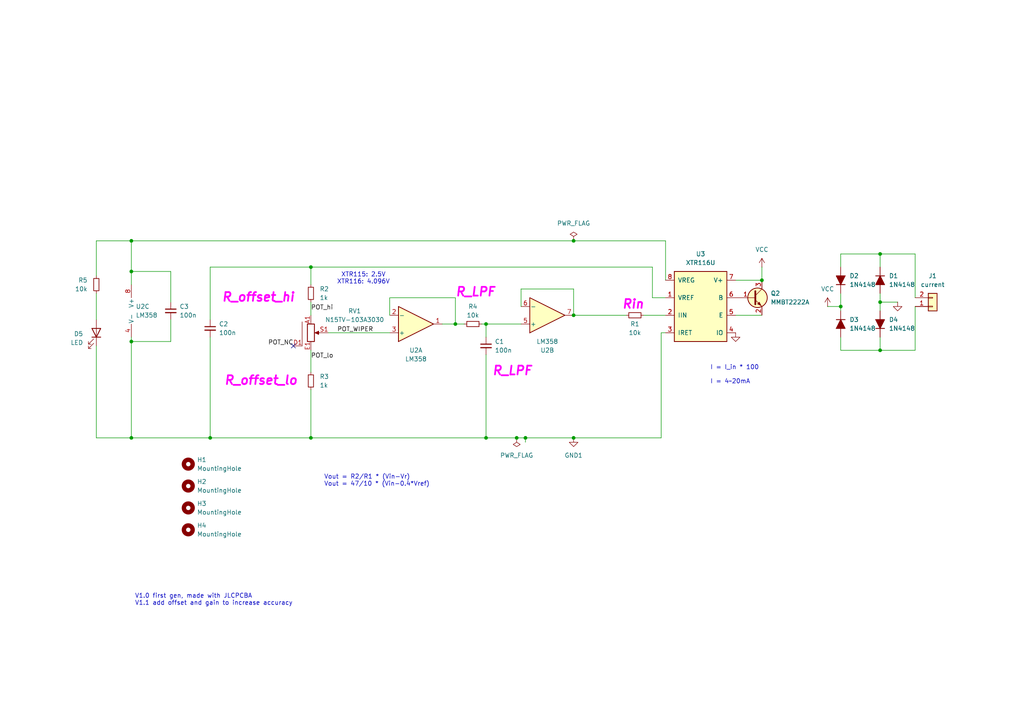
<source format=kicad_sch>
(kicad_sch (version 20231120) (generator "eeschema") (generator_version "8.0")
  (paper "A4")
  (title_block (title "STEER_NT15TS") (date "2025-08-11") (rev "1.0") (company "NTURacing Team") (comment 1 "Jack Kuo 郭哲明"))
  (lib_symbols
    (symbol "Amplifier_Operational:LM358" (pin_names (offset 0.127))
      (property "Reference" "U" (at 0 5.08 0))
      (property "Value" "LM358" (at 0 -5.08 0))
      (symbol "LM358_1_1"
        (polyline (pts (xy -5.08 5.08) (xy 5.08 0) (xy -5.08 -5.08) (xy -5.08 5.08)) (stroke (width 0.254)) (fill (type background)))
        (pin output line (at 7.62 0 180) (length 2.54) (name "~") (number "1"))
        (pin input line (at -7.62 -2.54 0) (length 2.54) (name "-") (number "2"))
        (pin input line (at -7.62 2.54 0) (length 2.54) (name "+") (number "3"))
      )
      (symbol "LM358_2_1"
        (polyline (pts (xy -5.08 5.08) (xy 5.08 0) (xy -5.08 -5.08) (xy -5.08 5.08)) (stroke (width 0.254)) (fill (type background)))
        (pin input line (at -7.62 2.54 0) (length 2.54) (name "+") (number "5"))
        (pin input line (at -7.62 -2.54 0) (length 2.54) (name "-") (number "6"))
        (pin output line (at 7.62 0 180) (length 2.54) (name "~") (number "7"))
      )
      (symbol "LM358_3_1"
        (pin power_in line (at -2.54 -7.62 90) (length 3.81) (name "V-") (number "4"))
        (pin power_in line (at -2.54 7.62 270) (length 3.81) (name "V+") (number "8"))
      )
    )
    (symbol "Device:C_Small" (pin_numbers hide) (pin_names (offset 0.254) hide)
      (property "Reference" "C" (at 0.254 1.778 0))
      (property "Value" "C_Small" (at 0.254 -2.032 0))
      (symbol "C_Small_0_1"
        (polyline (pts (xy -1.524 -0.508) (xy 1.524 -0.508)) (stroke (width 0.3302)))
        (polyline (pts (xy -1.524 0.508) (xy 1.524 0.508)) (stroke (width 0.3048)))
      )
      (symbol "C_Small_1_1"
        (pin passive line (at 0 2.54 270) (length 2.032) (name "~") (number "1"))
        (pin passive line (at 0 -2.54 90) (length 2.032) (name "~") (number "2"))
      )
    )
    (symbol "Device:LED" (pin_numbers hide) (pin_names (offset 1.016) hide)
      (property "Reference" "D" (at 0 2.54 0))
      (property "Value" "LED" (at 0 -2.54 0))
      (symbol "LED_0_1"
        (polyline (pts (xy -1.27 -1.27) (xy -1.27 1.27)) (stroke (width 0.254)))
        (polyline (pts (xy -1.27 0) (xy 1.27 0)))
        (polyline (pts (xy 1.27 -1.27) (xy 1.27 1.27) (xy -1.27 0) (xy 1.27 -1.27)) (stroke (width 0.254)))
        (polyline (pts (xy -3.048 -0.762) (xy -4.572 -2.286) (xy -3.81 -2.286) (xy -4.572 -2.286) (xy -4.572 -1.524)))
        (polyline (pts (xy -1.778 -0.762) (xy -3.302 -2.286) (xy -2.54 -2.286) (xy -3.302 -2.286) (xy -3.302 -1.524)))
      )
      (symbol "LED_1_1"
        (pin passive line (at -3.81 0 0) (length 2.54) (name "K") (number "1"))
        (pin passive line (at 3.81 0 180) (length 2.54) (name "A") (number "2"))
      )
    )
    (symbol "Device:R_Small" (pin_numbers hide) (pin_names (offset 0.254) hide)
      (property "Reference" "R" (at 0.762 0.508 0))
      (property "Value" "R_Small" (at 0.762 -1.016 0))
      (symbol "R_Small_0_1"
        (rectangle (start -0.762 1.778) (end 0.762 -1.778) (stroke (width 0.2032)))
      )
      (symbol "R_Small_1_1"
        (pin passive line (at 0 2.54 270) (length 0.762) (name "~") (number "1"))
        (pin passive line (at 0 -2.54 90) (length 0.762) (name "~") (number "2"))
      )
    )
    (symbol "Interface_CurrentLoop:XTR116U" (pin_names (offset 1.016))
      (property "Reference" "U" (at -7.62 13.97 0))
      (property "Value" "XTR116U" (at 1.27 13.97 0))
      (symbol "XTR116U_0_1"
        (rectangle (start -7.62 12.7) (end 7.62 -7.62) (stroke (width 0.254)) (fill (type background)))
      )
      (symbol "XTR116U_1_1"
        (pin output line (at -10.16 5.08 0) (length 2.54) (name "VREF") (number "1"))
        (pin input line (at -10.16 0 0) (length 2.54) (name "IIN") (number "2"))
        (pin input line (at -10.16 -5.08 0) (length 2.54) (name "IRET") (number "3"))
        (pin passive line (at 10.16 -5.08 180) (length 2.54) (name "IO") (number "4"))
        (pin passive line (at 10.16 0 180) (length 2.54) (name "E") (number "5"))
        (pin output line (at 10.16 5.08 180) (length 2.54) (name "B") (number "6"))
        (pin output line (at 10.16 10.16 180) (length 2.54) (name "V+") (number "7"))
        (pin output line (at -10.16 10.16 0) (length 2.54) (name "VREG") (number "8"))
      )
    )
    (symbol "Mechanical:MountingHole" (pin_names (offset 1.016)) (exclude_from_sim yes) (in_bom no)
      (property "Reference" "H" (at 0 5.08 0))
      (property "Value" "MountingHole" (at 0 3.175 0))
      (symbol "MountingHole_0_1"
        (circle (center 0 0) (radius 1.27) (stroke (width 1.27)))
      )
    )
    (symbol "PCM_4ms_Connector:Conn_01x02" (pin_names (offset 1.016) hide)
      (property "Reference" "J" (at 0 2.54 0))
      (property "Value" "Conn_01x02" (at 0 -5.08 0))
      (symbol "Conn_01x02_1_1"
        (rectangle (start -1.27 -2.413) (end 0 -2.667) (stroke (width 0.1524)))
        (rectangle (start -1.27 0.127) (end 0 -0.127) (stroke (width 0.1524)))
        (rectangle (start -1.27 1.27) (end 1.27 -3.81) (stroke (width 0.254)) (fill (type background)))
        (pin passive line (at -5.08 0 0) (length 3.81) (name "Pin_1") (number "1"))
        (pin passive line (at -5.08 -2.54 0) (length 3.81) (name "Pin_2") (number "2"))
      )
    )
    (symbol "PCM_Diode_AKL:1N4148" (pin_numbers hide) (pin_names (offset 1.016) hide)
      (property "Reference" "D" (at 0 5.08 0))
      (property "Value" "1N4148" (at 0 2.54 0))
      (symbol "1N4148_0_1"
        (polyline (pts (xy -1.27 0) (xy 1.27 0)))
        (polyline (pts (xy 1.27 1.27) (xy 1.27 -1.27)) (stroke (width 0.254)))
        (polyline (pts (xy -1.27 1.27) (xy -1.27 -1.27) (xy 1.27 0) (xy -1.27 1.27)) (stroke (width 0.254)) (fill (type outline)))
      )
      (symbol "1N4148_0_2"
        (polyline (pts (xy -2.54 -2.54) (xy 2.54 2.54)))
        (polyline (pts (xy 0 1.778) (xy 1.778 0)) (stroke (width 0.254)))
        (polyline (pts (xy -0.889 -0.889) (xy -1.778 0) (xy 0.889 0.889) (xy 0 -1.778) (xy -0.889 -0.889)) (stroke (width 0.254)) (fill (type outline)))
      )
      (symbol "1N4148_1_1"
        (pin passive line (at 3.81 0 180) (length 2.54) (name "K") (number "1"))
        (pin passive line (at -3.81 0 0) (length 2.54) (name "A") (number "2"))
      )
      (symbol "1N4148_1_2"
        (pin passive line (at 2.54 2.54 180) (length 0) (name "K") (number "1"))
        (pin passive line (at -2.54 -2.54 0) (length 0) (name "A") (number "2"))
      )
    )
    (symbol "PCM_Transistor_BJT_AKL:MMBT2222A" (pin_names hide)
      (property "Reference" "Q" (at 5.08 1.27 0))
      (property "Value" "MMBT2222A" (at 5.08 -1.27 0))
      (symbol "MMBT2222A_0_1"
        (polyline (pts (xy 0.635 0.635) (xy 2.54 2.54)))
        (polyline (pts (xy 0.635 -0.635) (xy 2.54 -2.54) (xy 2.54 -2.54)))
        (polyline (pts (xy 0.635 1.905) (xy 0.635 -1.905) (xy 0.635 -1.905)) (stroke (width 0.508)))
        (polyline (pts (xy 1.27 -1.778) (xy 1.778 -1.27) (xy 2.286 -2.286) (xy 1.27 -1.778) (xy 1.27 -1.778)) (fill (type outline)))
        (circle (center 1.27 0) (radius 2.8194) (stroke (width 0.254)) (fill (type background)))
      )
      (symbol "MMBT2222A_1_1"
        (pin input line (at -5.08 0 0) (length 5.715) (name "B") (number "1"))
        (pin passive line (at 2.54 -5.08 90) (length 2.54) (name "E") (number "2"))
        (pin passive line (at 2.54 5.08 270) (length 2.54) (name "C") (number "3"))
      )
    )
    (symbol "nturt_kicad_lib_EP6:R_Potentiometer_N15TS" (pin_names (offset 1.016) hide)
      (property "Reference" "RV" (at -4.445 0 90))
      (property "Value" "R_Potentiometer_N15TS" (at -2.54 0 90))
      (symbol "R_Potentiometer_N15TS_0_1"
        (rectangle (start -1.016 2.54) (end 1.016 -2.54) (stroke (width 0.254)))
        (polyline (pts (xy -2.54 -3.81) (xy -2.54 3.175)))
        (polyline (pts (xy 2.54 0) (xy 1.524 0)))
        (polyline (pts (xy 1.143 0) (xy 2.286 0.508) (xy 2.286 -0.508) (xy 1.143 0)) (fill (type outline)))
      )
      (symbol "R_Potentiometer_N15TS_1_1"
        (pin passive line (at 0 5.08 270) (length 2.54) (name "INITIAL") (number "A1"))
        (pin passive line (at -5.08 -3.81 0) (length 2.54) (name "DUMMY") (number "D1"))
        (pin passive line (at 0 -5.08 90) (length 2.54) (name "FINAL") (number "E1"))
        (pin passive line (at 5.08 0 180) (length 2.54) (name "WIPER") (number "S1"))
      )
    )
    (symbol "power:GND" (power) (pin_numbers hide) (pin_names (offset 0) hide)
      (property "Value" "GND" (at 0 -3.81 0))
      (symbol "GND_0_1"
        (polyline (pts (xy 0 0) (xy 0 -1.27) (xy 1.27 -1.27) (xy 0 -2.54) (xy -1.27 -1.27) (xy 0 -1.27)))
      )
      (symbol "GND_1_1"
        (pin power_in line (at 0 0 270) (length 0) (name "~") (number "1"))
      )
    )
    (symbol "power:GND1" (power) (pin_numbers hide) (pin_names (offset 0) hide)
      (property "Value" "GND1" (at 0 -3.81 0))
      (symbol "GND1_0_1"
        (polyline (pts (xy 0 0) (xy 0 -1.27) (xy 1.27 -1.27) (xy 0 -2.54) (xy -1.27 -1.27) (xy 0 -1.27)))
      )
      (symbol "GND1_1_1"
        (pin power_in line (at 0 0 270) (length 0) (name "~") (number "1"))
      )
    )
    (symbol "power:PWR_FLAG" (power) (pin_numbers hide) (pin_names (offset 0) hide)
      (property "Value" "PWR_FLAG" (at 0 3.81 0))
      (symbol "PWR_FLAG_0_0"
        (pin power_out line (at 0 0 90) (length 0) (name "~") (number "1"))
      )
      (symbol "PWR_FLAG_0_1"
        (polyline (pts (xy 0 0) (xy 0 1.27) (xy -1.016 1.905) (xy 0 2.54) (xy 1.016 1.905) (xy 0 1.27)))
      )
    )
    (symbol "power:VCC" (power) (pin_numbers hide) (pin_names (offset 0) hide)
      (property "Value" "VCC" (at 0 3.556 0))
      (symbol "VCC_0_1"
        (polyline (pts (xy -0.762 1.27) (xy 0 2.54)))
        (polyline (pts (xy 0 0) (xy 0 2.54)))
        (polyline (pts (xy 0 2.54) (xy 0.762 1.27)))
      )
      (symbol "VCC_1_1"
        (pin power_in line (at 0 0 90) (length 0) (name "~") (number "1"))
      )
    )
  )
  (junction (at 255.27 101.6))
  (junction (at 220.98 81.28))
  (junction (at 140.97 93.98))
  (junction (at 166.37 91.44))
  (junction (at 243.84 88.9))
  (junction (at 38.1 78.74))
  (junction (at 140.97 127))
  (junction (at 166.37 127))
  (junction (at 90.17 77.47))
  (junction (at 38.1 69.85))
  (junction (at 38.1 99.06))
  (junction (at 38.1 127))
  (junction (at 152.4 127))
  (junction (at 255.27 73.66))
  (junction (at 60.96 127))
  (junction (at 255.27 87.63))
  (junction (at 149.86 127))
  (junction (at 132.08 93.98))
  (junction (at 166.37 69.85))
  (junction (at 90.17 127))
  (no_connect (at 85.09 100.33))
  (wire (pts (xy 240.03 88.9) (xy 243.84 88.9)))
  (wire (pts (xy 265.43 73.66) (xy 255.27 73.66)))
  (wire (pts (xy 27.94 80.01) (xy 27.94 69.85)))
  (wire (pts (xy 166.37 91.44) (xy 181.61 91.44)))
  (wire (pts (xy 255.27 97.79) (xy 255.27 101.6)))
  (wire (pts (xy 220.98 77.47) (xy 220.98 81.28)))
  (wire (pts (xy 140.97 93.98) (xy 151.13 93.98)))
  (wire (pts (xy 27.94 85.09) (xy 27.94 92.71)))
  (wire (pts (xy 166.37 69.85) (xy 193.04 69.85)))
  (wire (pts (xy 90.17 127) (xy 140.97 127)))
  (wire (pts (xy 113.03 96.52) (xy 95.25 96.52)))
  (wire (pts (xy 38.1 69.85) (xy 166.37 69.85)))
  (wire (pts (xy 191.77 96.52) (xy 191.77 127)))
  (wire (pts (xy 151.13 88.9) (xy 151.13 83.82)))
  (wire (pts (xy 243.84 101.6) (xy 243.84 97.79)))
  (wire (pts (xy 60.96 92.71) (xy 60.96 77.47)))
  (wire (pts (xy 255.27 73.66) (xy 255.27 77.47)))
  (wire (pts (xy 243.84 73.66) (xy 243.84 77.47)))
  (wire (pts (xy 189.23 77.47) (xy 189.23 86.36)))
  (wire (pts (xy 90.17 101.6) (xy 90.17 107.95)))
  (wire (pts (xy 189.23 86.36) (xy 193.04 86.36)))
  (wire (pts (xy 60.96 97.79) (xy 60.96 127)))
  (wire (pts (xy 189.23 77.47) (xy 90.17 77.47)))
  (wire (pts (xy 90.17 77.47) (xy 90.17 82.55)))
  (wire (pts (xy 255.27 85.09) (xy 255.27 87.63)))
  (wire (pts (xy 243.84 88.9) (xy 243.84 90.17)))
  (wire (pts (xy 38.1 78.74) (xy 38.1 82.55)))
  (wire (pts (xy 128.27 93.98) (xy 132.08 93.98)))
  (wire (pts (xy 49.53 78.74) (xy 38.1 78.74)))
  (wire (pts (xy 38.1 97.79) (xy 38.1 99.06)))
  (wire (pts (xy 213.36 91.44) (xy 220.98 91.44)))
  (wire (pts (xy 140.97 102.87) (xy 140.97 127)))
  (wire (pts (xy 152.4 127) (xy 166.37 127)))
  (wire (pts (xy 255.27 87.63) (xy 255.27 90.17)))
  (wire (pts (xy 49.53 92.71) (xy 49.53 99.06)))
  (wire (pts (xy 38.1 69.85) (xy 38.1 78.74)))
  (wire (pts (xy 140.97 93.98) (xy 140.97 97.79)))
  (wire (pts (xy 27.94 127) (xy 38.1 127)))
  (wire (pts (xy 113.03 91.44) (xy 113.03 86.36)))
  (wire (pts (xy 60.96 127) (xy 90.17 127)))
  (wire (pts (xy 243.84 85.09) (xy 243.84 88.9)))
  (wire (pts (xy 152.4 128.27) (xy 152.4 127)))
  (wire (pts (xy 139.7 93.98) (xy 140.97 93.98)))
  (wire (pts (xy 191.77 96.52) (xy 193.04 96.52)))
  (wire (pts (xy 243.84 73.66) (xy 255.27 73.66)))
  (wire (pts (xy 38.1 127) (xy 60.96 127)))
  (wire (pts (xy 134.62 93.98) (xy 132.08 93.98)))
  (wire (pts (xy 132.08 86.36) (xy 132.08 93.98)))
  (wire (pts (xy 27.94 69.85) (xy 38.1 69.85)))
  (wire (pts (xy 90.17 113.03) (xy 90.17 127)))
  (wire (pts (xy 140.97 127) (xy 149.86 127)))
  (wire (pts (xy 186.69 91.44) (xy 193.04 91.44)))
  (wire (pts (xy 38.1 99.06) (xy 49.53 99.06)))
  (wire (pts (xy 60.96 77.47) (xy 90.17 77.47)))
  (wire (pts (xy 166.37 127) (xy 191.77 127)))
  (wire (pts (xy 38.1 99.06) (xy 38.1 127)))
  (wire (pts (xy 166.37 83.82) (xy 166.37 91.44)))
  (wire (pts (xy 265.43 88.9) (xy 265.43 101.6)))
  (wire (pts (xy 193.04 81.28) (xy 193.04 69.85)))
  (wire (pts (xy 260.35 87.63) (xy 255.27 87.63)))
  (wire (pts (xy 265.43 101.6) (xy 255.27 101.6)))
  (wire (pts (xy 113.03 86.36) (xy 132.08 86.36)))
  (wire (pts (xy 49.53 87.63) (xy 49.53 78.74)))
  (wire (pts (xy 152.4 127) (xy 149.86 127)))
  (wire (pts (xy 220.98 81.28) (xy 213.36 81.28)))
  (wire (pts (xy 151.13 83.82) (xy 166.37 83.82)))
  (wire (pts (xy 265.43 86.36) (xy 265.43 73.66)))
  (wire (pts (xy 90.17 91.44) (xy 90.17 87.63)))
  (wire (pts (xy 255.27 101.6) (xy 243.84 101.6)))
  (wire (pts (xy 27.94 100.33) (xy 27.94 127)))
  (text "R_offset_lo" (at 75.692 110.49 0) (effects (font (size 2.54 2.54) (thickness 0.508) (bold yes) (italic yes))))
  (text "Vout = R2/R1 * (Vin-Vr)\nVout = 47/10 * (Vin-0.4*Vref)" (at 93.98 137.668 0) (effects (font (size 1.27 1.27)) (justify left top)))
  (text "R_offset_hi" (at 74.93 86.36 0) (effects (font (size 2.54 2.54) (thickness 0.508) (bold yes) (italic yes))))
  (text "I = I_in * 100\n\nI = 4~20mA\n" (at 205.994 105.918 0) (effects (font (size 1.27 1.27)) (justify left top)))
  (text "R_LPF" (at 137.922 84.836 0) (effects (font (size 2.54 2.54) (thickness 0.508) (bold yes) (italic yes))))
  (text "R_LPF" (at 148.59 107.696 0) (effects (font (size 2.54 2.54) (thickness 0.508) (bold yes) (italic yes))))
  (text "XTR115: 2.5V\nXTR116: 4.096V" (at 105.41 80.772 0) (effects (font (size 1.27 1.27))))
  (text "V1.0 first gen, made with JLCPCBA\nV1.1 add offset and gain to increase accuracy" (at 39.116 172.212 0) (effects (font (size 1.27 1.27)) (justify left top)))
  (text "Rin" (at 183.642 88.392 0) (effects (font (size 2.54 2.54) (thickness 0.508) (bold yes) (italic yes))))
  (label "POT_NC" (at 85.09 100.33 180))
  (label "POT_lo" (at 90.17 104.14 0))
  (label "POT_WIPER" (at 97.79 96.52 0))
  (label "POT_hi" (at 90.17 90.17 0))
  (symbol (lib_id "Mechanical:MountingHole") (at 54.61 140.97 0) (unit 1) (exclude_from_sim yes) (in_bom no)
    (property "Reference" "H2" (at 57.15 139.6999 0) (effects (justify left)))
    (property "Value" "MountingHole" (at 57.15 142.2399 0) (effects (justify left)))
    (property "Footprint" "MountingHole:MountingHole_3.2mm_M3" (effects (hide yes)))
    (property "Description" "Mounting Hole without connection" (effects (hide yes)))
  )
  (symbol (lib_id "Device:C_Small") (at 140.97 100.33 0) (unit 1)
    (property "Reference" "C1" (at 143.51 99.0662 0) (effects (justify left)))
    (property "Value" "100n" (at 143.51 101.6062 0) (effects (justify left)))
    (property "Footprint" "Capacitor_SMD:C_0603_1608Metric" (effects (hide yes)))
    (property "Description" "Unpolarized capacitor, small symbol" (effects (hide yes)))
  )
  (symbol (lib_id "power:GND") (at 260.35 87.63 0) (unit 1)
    (property "Reference" "#PWR03" (effects (hide yes)))
    (property "Value" "GND" (effects (hide yes)))
    (property "Description" "Power symbol creates a global label with name \"GND\" , ground" (effects (hide yes)))
  )
  (symbol (lib_id "Device:R_Small") (at 137.16 93.98 90) (mirror x) (unit 1)
    (property "Reference" "R4" (at 137.16 88.9 90))
    (property "Value" "10k" (at 137.16 91.44 90))
    (property "Footprint" "Resistor_SMD:R_0603_1608Metric" (effects (hide yes)))
    (property "Description" "Resistor, small symbol" (effects (hide yes)))
  )
  (symbol (lib_id "PCM_Diode_AKL:1N4148") (at 243.84 93.98 90) (unit 1)
    (property "Reference" "D3" (at 246.38 92.7099 90) (effects (justify right)))
    (property "Value" "1N4148" (at 246.38 95.2499 90) (effects (justify right)))
    (property "Footprint" "Diode_SMD:D_SOD-323_HandSoldering" (effects (hide yes)))
    (property "Datasheet" "https://datasheet.octopart.com/1N4148TR-ON-Semiconductor-datasheet-42765246.pdf" (effects (hide yes)))
    (property "Description" "DO-35 Diode, Small Signal, Fast Switching, 75V, 150mA, 4ns, Alternate KiCad Library" (effects (hide yes)))
  )
  (symbol (lib_id "Interface_CurrentLoop:XTR116U") (at 203.2 91.44 0) (unit 1)
    (property "Reference" "U3" (at 203.2 73.66 0))
    (property "Value" "XTR116U" (at 203.2 76.2 0))
    (property "Footprint" "Package_SO:SOIC-8_3.9x4.9mm_P1.27mm" (effects (hide yes)))
    (property "Datasheet" "http://www.ti.com/lit/ds/symlink/xtr115.pdf" (effects (hide yes)))
    (property "Description" "4-20mA Current Loop Transmitter, VREF 4.096V, SO-8" (effects (hide yes)))
  )
  (symbol (lib_id "Amplifier_Operational:LM358") (at 120.65 93.98 0) (mirror x) (unit 1)
    (property "Reference" "U2" (at 120.65 101.6 0))
    (property "Value" "LM358" (at 120.65 104.14 0))
    (property "Footprint" "Package_SO:SOIC-8_3.9x4.9mm_P1.27mm" (effects (hide yes)))
    (property "Datasheet" "http://www.ti.com/lit/ds/symlink/lm2904-n.pdf" (effects (hide yes)))
    (property "Description" "Low-Power, Dual Operational Amplifiers, DIP-8/SOIC-8/TO-99-8" (effects (hide yes)))
  )
  (symbol (lib_id "Device:R_Small") (at 27.94 82.55 0) (mirror x) (unit 1)
    (property "Reference" "R5" (at 25.4 81.2799 0) (effects (justify right)))
    (property "Value" "10k" (at 25.4 83.8199 0) (effects (justify right)))
    (property "Footprint" "Resistor_SMD:R_0603_1608Metric" (effects (hide yes)))
    (property "Description" "Resistor, small symbol" (effects (hide yes)))
  )
  (symbol (lib_id "Device:LED") (at 27.94 96.52 270) (mirror x) (unit 1)
    (property "Reference" "D5" (at 24.13 96.8374 90) (effects (justify right)))
    (property "Value" "LED" (at 24.13 99.3774 90) (effects (justify right)))
    (property "Footprint" "LED_SMD:LED_0603_1608Metric" (effects (hide yes)))
    (property "Description" "Light emitting diode" (effects (hide yes)))
  )
  (symbol (lib_id "Device:C_Small") (at 60.96 95.25 0) (unit 1)
    (property "Reference" "C2" (at 63.5 93.9862 0) (effects (justify left)))
    (property "Value" "100n" (at 63.5 96.5262 0) (effects (justify left)))
    (property "Footprint" "Capacitor_SMD:C_0603_1608Metric" (effects (hide yes)))
    (property "Description" "Unpolarized capacitor, small symbol" (effects (hide yes)))
  )
  (symbol (lib_id "Mechanical:MountingHole") (at 54.61 134.62 0) (unit 1) (exclude_from_sim yes) (in_bom no)
    (property "Reference" "H1" (at 57.15 133.3499 0) (effects (justify left)))
    (property "Value" "MountingHole" (at 57.15 135.8899 0) (effects (justify left)))
    (property "Footprint" "MountingHole:MountingHole_3.2mm_M3" (effects (hide yes)))
    (property "Description" "Mounting Hole without connection" (effects (hide yes)))
  )
  (symbol (lib_id "PCM_Diode_AKL:1N4148") (at 243.84 81.28 270) (unit 1)
    (property "Reference" "D2" (at 246.38 80.0099 90) (effects (justify left)))
    (property "Value" "1N4148" (at 246.38 82.5499 90) (effects (justify left)))
    (property "Footprint" "Diode_SMD:D_SOD-323_HandSoldering" (effects (hide yes)))
    (property "Datasheet" "https://datasheet.octopart.com/1N4148TR-ON-Semiconductor-datasheet-42765246.pdf" (effects (hide yes)))
    (property "Description" "DO-35 Diode, Small Signal, Fast Switching, 75V, 150mA, 4ns, Alternate KiCad Library" (effects (hide yes)))
  )
  (symbol (lib_id "Device:R_Small") (at 184.15 91.44 90) (mirror x) (unit 1)
    (property "Reference" "R1" (at 184.15 93.98 90))
    (property "Value" "10k" (at 184.15 96.52 90))
    (property "Footprint" "Resistor_SMD:R_0603_1608Metric" (effects (hide yes)))
    (property "Description" "Resistor, small symbol" (effects (hide yes)))
  )
  (symbol (lib_id "Device:R_Small") (at 90.17 110.49 0) (mirror y) (unit 1)
    (property "Reference" "R3" (at 92.71 109.2199 0) (effects (justify right)))
    (property "Value" "1k" (at 92.71 111.7599 0) (effects (justify right)))
    (property "Footprint" "Resistor_SMD:R_0603_1608Metric" (effects (hide yes)))
    (property "Description" "Resistor, small symbol" (effects (hide yes)))
  )
  (symbol (lib_id "PCM_Diode_AKL:1N4148") (at 255.27 93.98 90) (mirror x) (unit 1)
    (property "Reference" "D4" (at 257.81 92.7099 90) (effects (justify right)))
    (property "Value" "1N4148" (at 257.81 95.2499 90) (effects (justify right)))
    (property "Footprint" "Diode_SMD:D_SOD-323_HandSoldering" (effects (hide yes)))
    (property "Datasheet" "https://datasheet.octopart.com/1N4148TR-ON-Semiconductor-datasheet-42765246.pdf" (effects (hide yes)))
    (property "Description" "DO-35 Diode, Small Signal, Fast Switching, 75V, 150mA, 4ns, Alternate KiCad Library" (effects (hide yes)))
  )
  (symbol (lib_id "Amplifier_Operational:LM358") (at 158.75 91.44 0) (mirror x) (unit 2)
    (property "Reference" "U2" (at 158.75 101.6 0))
    (property "Value" "LM358" (at 158.75 99.06 0))
    (property "Footprint" "Package_SO:SOIC-8_3.9x4.9mm_P1.27mm" (effects (hide yes)))
    (property "Datasheet" "http://www.ti.com/lit/ds/symlink/lm2904-n.pdf" (effects (hide yes)))
    (property "Description" "Low-Power, Dual Operational Amplifiers, DIP-8/SOIC-8/TO-99-8" (effects (hide yes)))
  )
  (symbol (lib_id "power:VCC") (at 220.98 77.47 0) (unit 1)
    (property "Reference" "#PWR01" (effects (hide yes)))
    (property "Value" "VCC" (at 220.98 72.39 0))
    (property "Description" "Power symbol creates a global label with name \"VCC\"" (effects (hide yes)))
  )
  (symbol (lib_id "power:PWR_FLAG") (at 166.37 69.85 0) (unit 1)
    (property "Reference" "#FLG01" (effects (hide yes)))
    (property "Value" "PWR_FLAG" (at 166.37 64.77 0))
    (property "Description" "Special symbol for telling ERC where power comes from" (effects (hide yes)))
  )
  (symbol (lib_id "Device:R_Small") (at 90.17 85.09 0) (mirror y) (unit 1)
    (property "Reference" "R2" (at 92.71 83.8199 0) (effects (justify right)))
    (property "Value" "1k" (at 92.71 86.3599 0) (effects (justify right)))
    (property "Footprint" "Resistor_SMD:R_0603_1608Metric" (effects (hide yes)))
    (property "Description" "Resistor, small symbol" (effects (hide yes)))
  )
  (symbol (lib_id "Device:C_Small") (at 49.53 90.17 0) (unit 1)
    (property "Reference" "C3" (at 52.07 88.9062 0) (effects (justify left)))
    (property "Value" "100n" (at 52.07 91.4462 0) (effects (justify left)))
    (property "Footprint" "Capacitor_SMD:C_0603_1608Metric" (effects (hide yes)))
    (property "Description" "Unpolarized capacitor, small symbol" (effects (hide yes)))
  )
  (symbol (lib_id "PCM_Diode_AKL:1N4148") (at 255.27 81.28 270) (mirror x) (unit 1)
    (property "Reference" "D1" (at 257.81 80.0099 90) (effects (justify left)))
    (property "Value" "1N4148" (at 257.81 82.5499 90) (effects (justify left)))
    (property "Footprint" "Diode_SMD:D_SOD-323_HandSoldering" (effects (hide yes)))
    (property "Datasheet" "https://datasheet.octopart.com/1N4148TR-ON-Semiconductor-datasheet-42765246.pdf" (effects (hide yes)))
    (property "Description" "DO-35 Diode, Small Signal, Fast Switching, 75V, 150mA, 4ns, Alternate KiCad Library" (effects (hide yes)))
  )
  (symbol (lib_id "PCM_4ms_Connector:Conn_01x02") (at 270.51 88.9 0) (mirror x) (unit 1)
    (property "Reference" "J1" (at 270.51 80.01 0))
    (property "Value" "current" (at 270.51 82.55 0))
    (property "Footprint" "Connector_JST:JST_XH_S2B-XH-A_1x02_P2.50mm_Horizontal" (effects (hide yes)))
    (property "Description" "HEADER 1x2 MALE PINS 0.100” 180deg" (effects (hide yes)))
    (property "Specifications" "Pins_01x02, Header, Male Pins, 1*2, spacing 2.54mm, straight pin" (effects (hide yes)))
    (property "Manufacturer" "TAD" (effects (hide yes)))
    (property "Part Number" "1-0201FBV0T" (effects (hide yes)))
  )
  (symbol (lib_id "Mechanical:MountingHole") (at 54.61 153.67 0) (unit 1) (exclude_from_sim yes) (in_bom no)
    (property "Reference" "H4" (at 57.15 152.3999 0) (effects (justify left)))
    (property "Value" "MountingHole" (at 57.15 154.9399 0) (effects (justify left)))
    (property "Footprint" "MountingHole:MountingHole_3.2mm_M3" (effects (hide yes)))
    (property "Description" "Mounting Hole without connection" (effects (hide yes)))
  )
  (symbol (lib_id "PCM_Transistor_BJT_AKL:MMBT2222A") (at 218.44 86.36 0) (unit 1)
    (property "Reference" "Q2" (at 223.52 85.0899 0) (effects (justify left)))
    (property "Value" "MMBT2222A" (at 223.52 87.6299 0) (effects (justify left)))
    (property "Footprint" "PCM_Package_TO_SOT_SMD_AKL:SOT-23" (effects (hide yes)))
    (property "Datasheet" "https://www.tme.eu/Document/fd53f7282772c4b53c43aa6dcf874bac/mmbt2222.pdf" (effects (hide yes)))
    (property "Description" "NPN SOT-23 transistor, 40V, 600mA, 225mW, Alternate KiCAD Library" (effects (hide yes)))
  )
  (symbol (lib_id "power:PWR_FLAG") (at 149.86 127 0) (mirror x) (unit 1)
    (property "Reference" "#FLG02" (effects (hide yes)))
    (property "Value" "PWR_FLAG" (at 149.86 132.08 0))
    (property "Description" "Special symbol for telling ERC where power comes from" (effects (hide yes)))
  )
  (symbol (lib_id "power:GND") (at 213.36 96.52 0) (unit 1)
    (property "Reference" "#PWR04" (effects (hide yes)))
    (property "Value" "GND" (effects (hide yes)))
    (property "Description" "Power symbol creates a global label with name \"GND\" , ground" (effects (hide yes)))
  )
  (symbol (lib_id "power:VCC") (at 240.03 88.9 0) (unit 1)
    (property "Reference" "#PWR02" (effects (hide yes)))
    (property "Value" "VCC" (at 240.03 83.82 0))
    (property "Description" "Power symbol creates a global label with name \"VCC\"" (effects (hide yes)))
  )
  (symbol (lib_id "Mechanical:MountingHole") (at 54.61 147.32 0) (unit 1) (exclude_from_sim yes) (in_bom no)
    (property "Reference" "H3" (at 57.15 146.0499 0) (effects (justify left)))
    (property "Value" "MountingHole" (at 57.15 148.5899 0) (effects (justify left)))
    (property "Footprint" "MountingHole:MountingHole_3.2mm_M3" (effects (hide yes)))
    (property "Description" "Mounting Hole without connection" (effects (hide yes)))
  )
  (symbol (lib_id "Amplifier_Operational:LM358") (at 40.64 90.17 0) (unit 3)
    (property "Reference" "U2" (at 39.37 88.8999 0) (effects (justify left)))
    (property "Value" "LM358" (at 39.37 91.4399 0) (effects (justify left)))
    (property "Footprint" "Package_SO:SOIC-8_3.9x4.9mm_P1.27mm" (effects (hide yes)))
    (property "Datasheet" "http://www.ti.com/lit/ds/symlink/lm2904-n.pdf" (effects (hide yes)))
    (property "Description" "Low-Power, Dual Operational Amplifiers, DIP-8/SOIC-8/TO-99-8" (effects (hide yes)))
  )
  (symbol (lib_id "power:GND1") (at 166.37 127 0) (unit 1)
    (property "Reference" "#PWR05" (effects (hide yes)))
    (property "Value" "GND1" (at 166.37 132.08 0))
    (property "Description" "Power symbol creates a global label with name \"GND1\" , ground" (effects (hide yes)))
  )
  (symbol (lib_id "nturt_kicad_lib_EP6:R_Potentiometer_N15TS") (at 90.17 96.52 0) (unit 1)
    (property "Reference" "RV1" (at 102.87 90.2014 0))
    (property "Value" "N15TV-103A3030" (at 102.87 92.7414 0))
    (property "Footprint" "nturt_kicad_lib_EP6:N15TS103A3030" (effects (hide yes)))
    (property "Description" "Potentiometer" (effects (hide yes)))
  )
)
</source>
